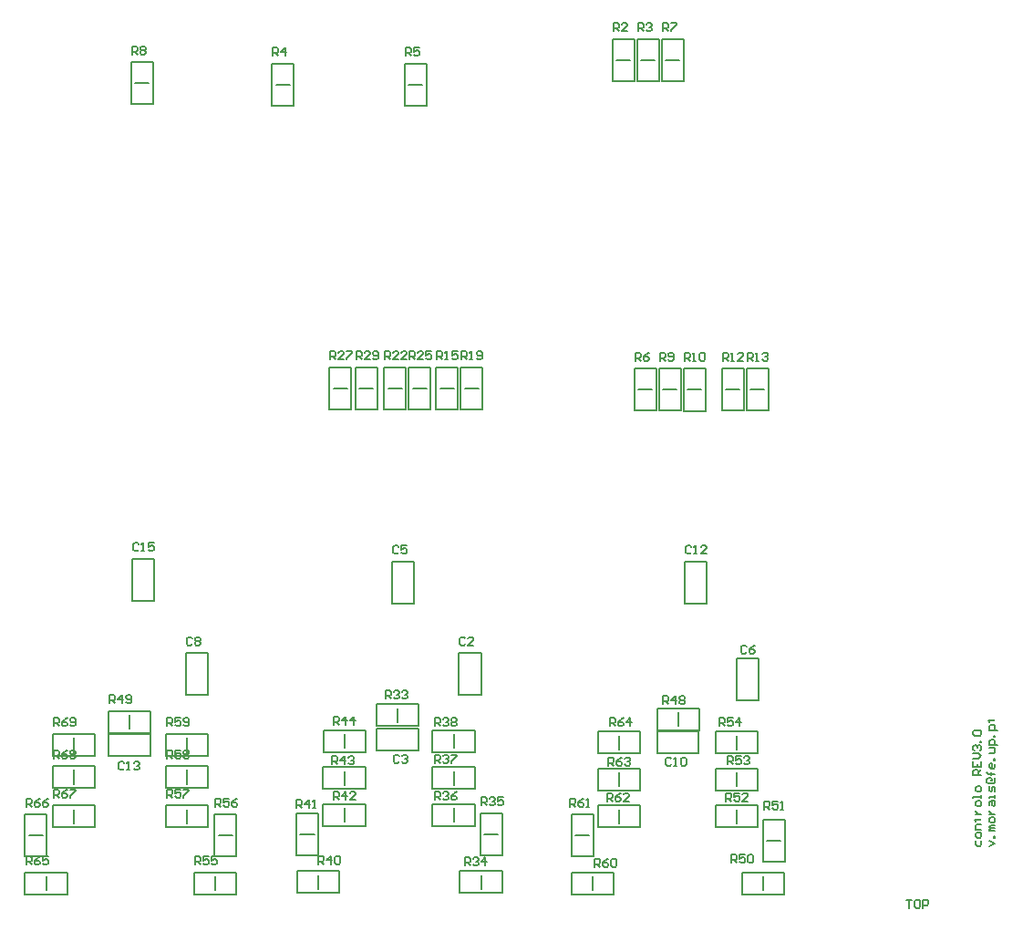
<source format=gto>
G04 Layer_Color=65535*
%FSLAX25Y25*%
%MOIN*%
G70*
G01*
G75*
%ADD31C,0.00500*%
%ADD32C,0.00787*%
%ADD33C,0.00600*%
D31*
X60950Y124595D02*
X69050D01*
X60950Y109405D02*
Y124595D01*
X69050Y109405D02*
Y124595D01*
X60950Y109405D02*
X69050D01*
X231264Y61496D02*
X246736D01*
Y53504D02*
Y61496D01*
X231264Y53504D02*
X246736D01*
X231264D02*
Y61496D01*
Y40004D02*
X246736D01*
X231264D02*
Y47996D01*
X246736D01*
Y40004D02*
Y47996D01*
X231264Y34496D02*
X246736D01*
Y26504D02*
Y34496D01*
X231264Y26504D02*
X246736D01*
X231264D02*
Y34496D01*
X221504Y15764D02*
Y31236D01*
X229496D01*
Y15764D02*
Y31236D01*
X221504Y15764D02*
X229496D01*
X221504Y2004D02*
X236976D01*
X221504D02*
Y9996D01*
X236976D01*
Y2004D02*
Y9996D01*
X274264Y53504D02*
X289736D01*
X274264D02*
Y61496D01*
X289736D01*
Y53504D02*
Y61496D01*
X274264Y47996D02*
X289736D01*
Y40004D02*
Y47996D01*
X274264Y40004D02*
X289736D01*
X274264D02*
Y47996D01*
Y26504D02*
X289736D01*
X274264D02*
Y34496D01*
X289736D01*
Y26504D02*
Y34496D01*
X291441Y13764D02*
Y29236D01*
X299433D01*
Y13764D02*
Y29236D01*
X291441Y13764D02*
X299433D01*
X283764Y9996D02*
X299236D01*
Y2004D02*
Y9996D01*
X283764Y2004D02*
X299236D01*
X283764D02*
Y9996D01*
X252764Y62004D02*
X268236D01*
X252764D02*
Y69996D01*
X268236D01*
Y62004D02*
Y69996D01*
X262950Y123595D02*
X271050D01*
X262950Y108405D02*
Y123595D01*
X271050Y108405D02*
Y123595D01*
X262950Y108405D02*
X271050D01*
X252764Y53504D02*
Y61604D01*
Y53504D02*
X267954D01*
X252764Y61604D02*
X267954D01*
Y53504D02*
Y61604D01*
X281950Y72905D02*
X290050D01*
Y88095D01*
X281950Y72905D02*
Y88095D01*
X290050D01*
X80450Y74905D02*
X88550D01*
Y90095D01*
X80450Y74905D02*
Y90095D01*
X88550D01*
X52405Y52450D02*
Y60550D01*
Y52450D02*
X67595D01*
X52405Y60550D02*
X67595D01*
Y52450D02*
Y60550D01*
X52264Y61004D02*
X67736D01*
X52264D02*
Y68996D01*
X67736D01*
Y61004D02*
Y68996D01*
X83510Y9996D02*
X98982D01*
Y2004D02*
Y9996D01*
X83510Y2004D02*
X98982D01*
X83510D02*
Y9996D01*
X90990Y15764D02*
Y31236D01*
X98982D01*
Y15764D02*
Y31236D01*
X90990Y15764D02*
X98982D01*
X73264Y26504D02*
X88736D01*
X73264D02*
Y34496D01*
X88736D01*
Y26504D02*
Y34496D01*
X73264Y48889D02*
X88736D01*
Y40897D02*
Y48889D01*
X73264Y40897D02*
X88736D01*
X73264D02*
Y48889D01*
Y52611D02*
X88736D01*
X73264D02*
Y60603D01*
X88736D01*
Y52611D02*
Y60603D01*
X21750Y2004D02*
X37222D01*
X21750D02*
Y9996D01*
X37222D01*
Y2004D02*
Y9996D01*
X21750Y15764D02*
Y31236D01*
X29742D01*
Y15764D02*
Y31236D01*
X21750Y15764D02*
X29742D01*
X31764Y34496D02*
X47236D01*
Y26504D02*
Y34496D01*
X31764Y26504D02*
X47236D01*
X31764D02*
Y34496D01*
Y40897D02*
X47236D01*
X31764D02*
Y48889D01*
X47236D01*
Y40897D02*
Y48889D01*
X31764Y60603D02*
X47236D01*
Y52611D02*
Y60603D01*
X31764Y52611D02*
X47236D01*
X31764D02*
Y60603D01*
X155950Y123595D02*
X164050D01*
X155950Y108405D02*
Y123595D01*
X164050Y108405D02*
Y123595D01*
X155950Y108405D02*
X164050D01*
X150342Y54450D02*
Y62550D01*
Y54450D02*
X165532D01*
X150342Y62550D02*
X165532D01*
Y54450D02*
Y62550D01*
X180387Y74905D02*
X188487D01*
Y90095D01*
X180387Y74905D02*
Y90095D01*
X188487D01*
X121201Y2504D02*
X136673D01*
X121201D02*
Y10496D01*
X136673D01*
Y2504D02*
Y10496D01*
X120941Y16264D02*
Y31736D01*
X128933D01*
Y16264D02*
Y31736D01*
X120941Y16264D02*
X128933D01*
X130701Y34996D02*
X146173D01*
Y27004D02*
Y34996D01*
X130701Y27004D02*
X146173D01*
X130701D02*
Y34996D01*
Y40504D02*
X146173D01*
X130701D02*
Y48496D01*
X146173D01*
Y40504D02*
Y48496D01*
X130764Y61996D02*
X146236D01*
Y54004D02*
Y61996D01*
X130764Y54004D02*
X146236D01*
X130764D02*
Y61996D01*
X180701Y10496D02*
X196173D01*
Y2504D02*
Y10496D01*
X180701Y2504D02*
X196173D01*
X180701D02*
Y10496D01*
X188181Y16264D02*
Y31736D01*
X196173D01*
Y16264D02*
Y31736D01*
X188181Y16264D02*
X196173D01*
X170701Y54004D02*
X186173D01*
X170701D02*
Y61996D01*
X186173D01*
Y54004D02*
Y61996D01*
X170701Y48496D02*
X186173D01*
Y40504D02*
Y48496D01*
X170701Y40504D02*
X186173D01*
X170701D02*
Y48496D01*
Y27004D02*
X186173D01*
X170701D02*
Y34996D01*
X186173D01*
Y27004D02*
Y34996D01*
X150201Y63504D02*
X165673D01*
X150201D02*
Y71496D01*
X165673D01*
Y63504D02*
Y71496D01*
X285504Y178764D02*
X293496D01*
Y194236D01*
X285504D02*
X293496D01*
X285504Y178764D02*
Y194236D01*
X276504Y178764D02*
X284496D01*
Y194236D01*
X276504D02*
X284496D01*
X276504Y178764D02*
Y194236D01*
X142504Y194736D02*
X150496D01*
X142504Y179264D02*
Y194736D01*
Y179264D02*
X150496D01*
Y194736D01*
X133004Y179264D02*
X140996D01*
Y194736D01*
X133004D02*
X140996D01*
X133004Y179264D02*
Y194736D01*
X162004D02*
X169996D01*
X162004Y179264D02*
Y194736D01*
Y179264D02*
X169996D01*
Y194736D01*
X153004Y179264D02*
X160996D01*
Y194736D01*
X153004D02*
X160996D01*
X153004Y179264D02*
Y194736D01*
X181004D02*
X188996D01*
X181004Y179264D02*
Y194736D01*
Y179264D02*
X188996D01*
Y194736D01*
X172004Y179264D02*
X179996D01*
Y194736D01*
X172004D02*
X179996D01*
X172004Y179264D02*
Y194736D01*
X253504Y194236D02*
X261496D01*
X253504Y178764D02*
Y194236D01*
Y178764D02*
X261496D01*
Y194236D01*
X262504Y178701D02*
X270496D01*
Y194173D01*
X262504D02*
X270496D01*
X262504Y178701D02*
Y194173D01*
X244504Y178764D02*
X252496D01*
Y194236D01*
X244504D02*
X252496D01*
X244504Y178764D02*
Y194236D01*
X254504Y299264D02*
X262496D01*
Y314736D01*
X254504D02*
X262496D01*
X254504Y299264D02*
Y314736D01*
X245504Y299264D02*
X253496D01*
Y314736D01*
X245504D02*
X253496D01*
X245504Y299264D02*
Y314736D01*
X236504Y299264D02*
X244496D01*
Y314736D01*
X236504D02*
X244496D01*
X236504Y299264D02*
Y314736D01*
X60504Y306236D02*
X68496D01*
X60504Y290764D02*
Y306236D01*
Y290764D02*
X68496D01*
Y306236D01*
X160504Y290264D02*
X168496D01*
Y305736D01*
X160504D02*
X168496D01*
X160504Y290264D02*
Y305736D01*
X112004D02*
X119996D01*
X112004Y290264D02*
Y305736D01*
Y290264D02*
X119996D01*
Y305736D01*
D32*
X239000Y54941D02*
Y60059D01*
X239000Y41441D02*
Y46559D01*
X239000Y27941D02*
Y33059D01*
X222941Y23500D02*
X228059D01*
X229240Y3441D02*
Y8559D01*
X282000Y54941D02*
Y60059D01*
X282000Y41441D02*
Y46559D01*
X282000Y27941D02*
Y33059D01*
X292878Y21500D02*
X297996D01*
X291500Y3441D02*
Y8559D01*
X260500Y63441D02*
Y68559D01*
X60000Y62441D02*
Y67559D01*
X91246Y3441D02*
Y8559D01*
X92427Y23500D02*
X97545D01*
X81000Y27941D02*
Y33059D01*
X81000Y42334D02*
Y47452D01*
X81000Y54048D02*
Y59166D01*
X29486Y3441D02*
Y8559D01*
X23187Y23500D02*
X28305D01*
X39500Y27941D02*
Y33059D01*
X39500Y42334D02*
Y47452D01*
X39500Y54048D02*
Y59166D01*
X128937Y3941D02*
Y9059D01*
X122378Y24000D02*
X127496D01*
X138437Y28441D02*
Y33559D01*
X138437Y41941D02*
Y47059D01*
X138500Y55441D02*
Y60559D01*
X188437Y3941D02*
Y9059D01*
X189618Y24000D02*
X194736D01*
X178437Y55441D02*
Y60559D01*
X178437Y41941D02*
Y47059D01*
X178437Y28441D02*
Y33559D01*
X157937Y64941D02*
Y70059D01*
X286941Y186500D02*
X292059D01*
X277941D02*
X283059D01*
X143941Y187000D02*
X149059D01*
X134441Y187000D02*
X139559D01*
X163441Y187000D02*
X168559D01*
X154441Y187000D02*
X159559D01*
X182441Y187000D02*
X187559D01*
X173441Y187000D02*
X178559D01*
X254941Y186500D02*
X260059D01*
X263941Y186437D02*
X269059D01*
X245941Y186500D02*
X251059D01*
X255941Y307000D02*
X261059D01*
X246941D02*
X252059D01*
X237941D02*
X243059D01*
X61941Y298500D02*
X67059D01*
X161941Y298000D02*
X167059D01*
X113441Y298000D02*
X118559D01*
D33*
X369362Y21599D02*
Y20100D01*
X369862Y19600D01*
X370862D01*
X371361Y20100D01*
Y21599D01*
Y23099D02*
Y24099D01*
X370862Y24598D01*
X369862D01*
X369362Y24099D01*
Y23099D01*
X369862Y22599D01*
X370862D01*
X371361Y23099D01*
Y25598D02*
X369362D01*
Y27098D01*
X369862Y27597D01*
X371361D01*
X368862Y29097D02*
X369362D01*
Y28597D01*
Y29597D01*
Y29097D01*
X370862D01*
X371361Y29597D01*
X369362Y31096D02*
X371361D01*
X370362D01*
X369862Y31596D01*
X369362Y32096D01*
Y32596D01*
X371361Y34595D02*
Y35595D01*
X370862Y36095D01*
X369862D01*
X369362Y35595D01*
Y34595D01*
X369862Y34095D01*
X370862D01*
X371361Y34595D01*
Y37094D02*
Y38094D01*
Y37594D01*
X368362D01*
Y37094D01*
X371361Y40093D02*
Y41093D01*
X370862Y41593D01*
X369862D01*
X369362Y41093D01*
Y40093D01*
X369862Y39593D01*
X370862D01*
X371361Y40093D01*
Y45592D02*
X368362D01*
Y47091D01*
X368862Y47591D01*
X369862D01*
X370362Y47091D01*
Y45592D01*
Y46591D02*
X371361Y47591D01*
X368362Y50590D02*
Y48591D01*
X371361D01*
Y50590D01*
X369862Y48591D02*
Y49590D01*
X368362Y51590D02*
X370362D01*
X371361Y52589D01*
X370362Y53589D01*
X368362D01*
X368862Y54589D02*
X368362Y55089D01*
Y56088D01*
X368862Y56588D01*
X369362D01*
X369862Y56088D01*
Y55588D01*
Y56088D01*
X370362Y56588D01*
X370862D01*
X371361Y56088D01*
Y55089D01*
X370862Y54589D01*
X371361Y57588D02*
X370862D01*
Y58087D01*
X371361D01*
Y57588D01*
X368862Y60087D02*
X368362Y60587D01*
Y61586D01*
X368862Y62086D01*
X370862D01*
X371361Y61586D01*
Y60587D01*
X370862Y60087D01*
X368862D01*
X374401Y19600D02*
X376400Y20600D01*
X374401Y21599D01*
X376400Y22599D02*
X375901D01*
Y23099D01*
X376400D01*
Y22599D01*
Y25098D02*
X374401D01*
Y25598D01*
X374901Y26098D01*
X376400D01*
X374901D01*
X374401Y26598D01*
X374901Y27098D01*
X376400D01*
Y28597D02*
Y29597D01*
X375901Y30097D01*
X374901D01*
X374401Y29597D01*
Y28597D01*
X374901Y28097D01*
X375901D01*
X376400Y28597D01*
X374401Y31096D02*
X376400D01*
X375401D01*
X374901Y31596D01*
X374401Y32096D01*
Y32596D01*
Y34595D02*
Y35595D01*
X374901Y36095D01*
X376400D01*
Y34595D01*
X375901Y34095D01*
X375401Y34595D01*
Y36095D01*
X376400Y37094D02*
Y38094D01*
Y37594D01*
X374401D01*
Y37094D01*
X376400Y39593D02*
Y41093D01*
X375901Y41593D01*
X375401Y41093D01*
Y40093D01*
X374901Y39593D01*
X374401Y40093D01*
Y41593D01*
X375401Y44092D02*
X374901D01*
Y43592D01*
X375401D01*
Y44092D01*
X374901Y44592D01*
X373901D01*
X373401Y44092D01*
Y43092D01*
X373901Y42593D01*
X375901D01*
X376400Y43092D01*
Y44592D01*
Y46091D02*
X373901D01*
X374901D01*
Y45592D01*
Y46591D01*
Y46091D01*
X373901D01*
X373401Y46591D01*
X376400Y49590D02*
Y48591D01*
X375901Y48091D01*
X374901D01*
X374401Y48591D01*
Y49590D01*
X374901Y50090D01*
X375401D01*
Y48091D01*
X376400Y51090D02*
X375901D01*
Y51590D01*
X376400D01*
Y51090D01*
X374401Y53589D02*
X375901D01*
X376400Y54089D01*
Y55588D01*
X374401D01*
X377400Y56588D02*
X374401D01*
Y58087D01*
X374901Y58587D01*
X375901D01*
X376400Y58087D01*
Y56588D01*
Y59587D02*
X375901D01*
Y60087D01*
X376400D01*
Y59587D01*
X377400Y62086D02*
X374401D01*
Y63586D01*
X374901Y64086D01*
X375901D01*
X376400Y63586D01*
Y62086D01*
X373901Y65585D02*
X374401D01*
Y65085D01*
Y66085D01*
Y65585D01*
X375901D01*
X376400Y66085D01*
X63295Y129950D02*
X62795Y130449D01*
X61795D01*
X61295Y129950D01*
Y127950D01*
X61795Y127450D01*
X62795D01*
X63295Y127950D01*
X64294Y127450D02*
X65294D01*
X64794D01*
Y130449D01*
X64294Y129950D01*
X68793Y130449D02*
X66794D01*
Y128950D01*
X67793Y129450D01*
X68293D01*
X68793Y128950D01*
Y127950D01*
X68293Y127450D01*
X67293D01*
X66794Y127950D01*
X235500Y63500D02*
Y66499D01*
X237000D01*
X237499Y65999D01*
Y65000D01*
X237000Y64500D01*
X235500D01*
X236500D02*
X237499Y63500D01*
X240498Y66499D02*
X239499Y65999D01*
X238499Y65000D01*
Y64000D01*
X238999Y63500D01*
X239999D01*
X240498Y64000D01*
Y64500D01*
X239999Y65000D01*
X238499D01*
X242998Y63500D02*
Y66499D01*
X241498Y65000D01*
X243497D01*
X235000Y49000D02*
Y51999D01*
X236500D01*
X236999Y51499D01*
Y50499D01*
X236500Y50000D01*
X235000D01*
X236000D02*
X236999Y49000D01*
X239998Y51999D02*
X238999Y51499D01*
X237999Y50499D01*
Y49500D01*
X238499Y49000D01*
X239498D01*
X239998Y49500D01*
Y50000D01*
X239498Y50499D01*
X237999D01*
X240998Y51499D02*
X241498Y51999D01*
X242498D01*
X242997Y51499D01*
Y50999D01*
X242498Y50499D01*
X241998D01*
X242498D01*
X242997Y50000D01*
Y49500D01*
X242498Y49000D01*
X241498D01*
X240998Y49500D01*
X234500Y36000D02*
Y38999D01*
X235999D01*
X236499Y38499D01*
Y37499D01*
X235999Y37000D01*
X234500D01*
X235500D02*
X236499Y36000D01*
X239498Y38999D02*
X238499Y38499D01*
X237499Y37499D01*
Y36500D01*
X237999Y36000D01*
X238999D01*
X239498Y36500D01*
Y37000D01*
X238999Y37499D01*
X237499D01*
X242497Y36000D02*
X240498D01*
X242497Y37999D01*
Y38499D01*
X241998Y38999D01*
X240998D01*
X240498Y38499D01*
X221000Y34000D02*
Y36999D01*
X222499D01*
X222999Y36499D01*
Y35500D01*
X222499Y35000D01*
X221000D01*
X222000D02*
X222999Y34000D01*
X225998Y36999D02*
X224999Y36499D01*
X223999Y35500D01*
Y34500D01*
X224499Y34000D01*
X225499D01*
X225998Y34500D01*
Y35000D01*
X225499Y35500D01*
X223999D01*
X226998Y34000D02*
X227998D01*
X227498D01*
Y36999D01*
X226998Y36499D01*
X230000Y12000D02*
Y14999D01*
X231500D01*
X231999Y14499D01*
Y13499D01*
X231500Y13000D01*
X230000D01*
X231000D02*
X231999Y12000D01*
X234998Y14999D02*
X233999Y14499D01*
X232999Y13499D01*
Y12500D01*
X233499Y12000D01*
X234499D01*
X234998Y12500D01*
Y13000D01*
X234499Y13499D01*
X232999D01*
X235998Y14499D02*
X236498Y14999D01*
X237498D01*
X237997Y14499D01*
Y12500D01*
X237498Y12000D01*
X236498D01*
X235998Y12500D01*
Y14499D01*
X275500Y63500D02*
Y66499D01*
X276999D01*
X277499Y65999D01*
Y65000D01*
X276999Y64500D01*
X275500D01*
X276500D02*
X277499Y63500D01*
X280498Y66499D02*
X278499D01*
Y65000D01*
X279499Y65499D01*
X279998D01*
X280498Y65000D01*
Y64000D01*
X279998Y63500D01*
X278999D01*
X278499Y64000D01*
X282998Y63500D02*
Y66499D01*
X281498Y65000D01*
X283497D01*
X278500Y49500D02*
Y52499D01*
X279999D01*
X280499Y51999D01*
Y50999D01*
X279999Y50500D01*
X278500D01*
X279500D02*
X280499Y49500D01*
X283498Y52499D02*
X281499D01*
Y50999D01*
X282499Y51499D01*
X282998D01*
X283498Y50999D01*
Y50000D01*
X282998Y49500D01*
X281999D01*
X281499Y50000D01*
X284498Y51999D02*
X284998Y52499D01*
X285998D01*
X286497Y51999D01*
Y51499D01*
X285998Y50999D01*
X285498D01*
X285998D01*
X286497Y50500D01*
Y50000D01*
X285998Y49500D01*
X284998D01*
X284498Y50000D01*
X278000Y36000D02*
Y38999D01*
X279500D01*
X279999Y38499D01*
Y37499D01*
X279500Y37000D01*
X278000D01*
X279000D02*
X279999Y36000D01*
X282998Y38999D02*
X280999D01*
Y37499D01*
X281999Y37999D01*
X282499D01*
X282998Y37499D01*
Y36500D01*
X282499Y36000D01*
X281499D01*
X280999Y36500D01*
X285997Y36000D02*
X283998D01*
X285997Y37999D01*
Y38499D01*
X285498Y38999D01*
X284498D01*
X283998Y38499D01*
X292000Y33000D02*
Y35999D01*
X293499D01*
X293999Y35499D01*
Y34499D01*
X293499Y34000D01*
X292000D01*
X293000D02*
X293999Y33000D01*
X296998Y35999D02*
X294999D01*
Y34499D01*
X295999Y34999D01*
X296498D01*
X296998Y34499D01*
Y33500D01*
X296498Y33000D01*
X295499D01*
X294999Y33500D01*
X297998Y33000D02*
X298998D01*
X298498D01*
Y35999D01*
X297998Y35499D01*
X280000Y13500D02*
Y16499D01*
X281500D01*
X281999Y15999D01*
Y14999D01*
X281500Y14500D01*
X280000D01*
X281000D02*
X281999Y13500D01*
X284998Y16499D02*
X282999D01*
Y14999D01*
X283999Y15499D01*
X284499D01*
X284998Y14999D01*
Y14000D01*
X284499Y13500D01*
X283499D01*
X282999Y14000D01*
X285998Y15999D02*
X286498Y16499D01*
X287498D01*
X287997Y15999D01*
Y14000D01*
X287498Y13500D01*
X286498D01*
X285998Y14000D01*
Y15999D01*
X255000Y71500D02*
Y74499D01*
X256500D01*
X256999Y73999D01*
Y73000D01*
X256500Y72500D01*
X255000D01*
X256000D02*
X256999Y71500D01*
X259499D02*
Y74499D01*
X257999Y73000D01*
X259998D01*
X260998Y73999D02*
X261498Y74499D01*
X262498D01*
X262997Y73999D01*
Y73499D01*
X262498Y73000D01*
X262997Y72500D01*
Y72000D01*
X262498Y71500D01*
X261498D01*
X260998Y72000D01*
Y72500D01*
X261498Y73000D01*
X260998Y73499D01*
Y73999D01*
X261498Y73000D02*
X262498D01*
X265295Y128950D02*
X264795Y129449D01*
X263795D01*
X263295Y128950D01*
Y126950D01*
X263795Y126450D01*
X264795D01*
X265295Y126950D01*
X266294Y126450D02*
X267294D01*
X266794D01*
Y129449D01*
X266294Y128950D01*
X270793Y126450D02*
X268794D01*
X270793Y128450D01*
Y128950D01*
X270293Y129449D01*
X269293D01*
X268794Y128950D01*
X257999Y51499D02*
X257500Y51999D01*
X256500D01*
X256000Y51499D01*
Y49500D01*
X256500Y49000D01*
X257500D01*
X257999Y49500D01*
X258999Y49000D02*
X259999D01*
X259499D01*
Y51999D01*
X258999Y51499D01*
X261498D02*
X261998Y51999D01*
X262998D01*
X263498Y51499D01*
Y49500D01*
X262998Y49000D01*
X261998D01*
X261498Y49500D01*
Y51499D01*
X285499Y92499D02*
X284999Y92999D01*
X284000D01*
X283500Y92499D01*
Y90500D01*
X284000Y90000D01*
X284999D01*
X285499Y90500D01*
X288498Y92999D02*
X287499Y92499D01*
X286499Y91500D01*
Y90500D01*
X286999Y90000D01*
X287999D01*
X288498Y90500D01*
Y91000D01*
X287999Y91500D01*
X286499D01*
X82795Y95450D02*
X82295Y95949D01*
X81295D01*
X80795Y95450D01*
Y93450D01*
X81295Y92950D01*
X82295D01*
X82795Y93450D01*
X83794Y95450D02*
X84294Y95949D01*
X85294D01*
X85794Y95450D01*
Y94950D01*
X85294Y94450D01*
X85794Y93950D01*
Y93450D01*
X85294Y92950D01*
X84294D01*
X83794Y93450D01*
Y93950D01*
X84294Y94450D01*
X83794Y94950D01*
Y95450D01*
X84294Y94450D02*
X85294D01*
X57999Y49999D02*
X57499Y50499D01*
X56500D01*
X56000Y49999D01*
Y48000D01*
X56500Y47500D01*
X57499D01*
X57999Y48000D01*
X58999Y47500D02*
X59999D01*
X59499D01*
Y50499D01*
X58999Y49999D01*
X61498D02*
X61998Y50499D01*
X62998D01*
X63498Y49999D01*
Y49499D01*
X62998Y49000D01*
X62498D01*
X62998D01*
X63498Y48500D01*
Y48000D01*
X62998Y47500D01*
X61998D01*
X61498Y48000D01*
X52595Y71850D02*
Y74849D01*
X54095D01*
X54595Y74350D01*
Y73350D01*
X54095Y72850D01*
X52595D01*
X53595D02*
X54595Y71850D01*
X57094D02*
Y74849D01*
X55594Y73350D01*
X57594D01*
X58593Y72350D02*
X59093Y71850D01*
X60093D01*
X60593Y72350D01*
Y74350D01*
X60093Y74849D01*
X59093D01*
X58593Y74350D01*
Y73850D01*
X59093Y73350D01*
X60593D01*
X83895Y12850D02*
Y15849D01*
X85395D01*
X85895Y15350D01*
Y14350D01*
X85395Y13850D01*
X83895D01*
X84895D02*
X85895Y12850D01*
X88894Y15849D02*
X86894D01*
Y14350D01*
X87894Y14850D01*
X88394D01*
X88894Y14350D01*
Y13350D01*
X88394Y12850D01*
X87394D01*
X86894Y13350D01*
X91893Y15849D02*
X89893D01*
Y14350D01*
X90893Y14850D01*
X91393D01*
X91893Y14350D01*
Y13350D01*
X91393Y12850D01*
X90393D01*
X89893Y13350D01*
X91295Y34050D02*
Y37049D01*
X92795D01*
X93295Y36550D01*
Y35550D01*
X92795Y35050D01*
X91295D01*
X92295D02*
X93295Y34050D01*
X96294Y37049D02*
X94294D01*
Y35550D01*
X95294Y36050D01*
X95794D01*
X96294Y35550D01*
Y34550D01*
X95794Y34050D01*
X94794D01*
X94294Y34550D01*
X99293Y37049D02*
X98293Y36550D01*
X97293Y35550D01*
Y34550D01*
X97793Y34050D01*
X98793D01*
X99293Y34550D01*
Y35050D01*
X98793Y35550D01*
X97293D01*
X73595Y37350D02*
Y40349D01*
X75095D01*
X75595Y39850D01*
Y38850D01*
X75095Y38350D01*
X73595D01*
X74595D02*
X75595Y37350D01*
X78594Y40349D02*
X76594D01*
Y38850D01*
X77594Y39350D01*
X78094D01*
X78594Y38850D01*
Y37850D01*
X78094Y37350D01*
X77094D01*
X76594Y37850D01*
X79593Y40349D02*
X81593D01*
Y39850D01*
X79593Y37850D01*
Y37350D01*
X73595Y51750D02*
Y54749D01*
X75095D01*
X75595Y54250D01*
Y53250D01*
X75095Y52750D01*
X73595D01*
X74595D02*
X75595Y51750D01*
X78594Y54749D02*
X76594D01*
Y53250D01*
X77594Y53750D01*
X78094D01*
X78594Y53250D01*
Y52250D01*
X78094Y51750D01*
X77094D01*
X76594Y52250D01*
X79593Y54250D02*
X80093Y54749D01*
X81093D01*
X81593Y54250D01*
Y53750D01*
X81093Y53250D01*
X81593Y52750D01*
Y52250D01*
X81093Y51750D01*
X80093D01*
X79593Y52250D01*
Y52750D01*
X80093Y53250D01*
X79593Y53750D01*
Y54250D01*
X80093Y53250D02*
X81093D01*
X73595Y63450D02*
Y66449D01*
X75095D01*
X75595Y65950D01*
Y64950D01*
X75095Y64450D01*
X73595D01*
X74595D02*
X75595Y63450D01*
X78594Y66449D02*
X76594D01*
Y64950D01*
X77594Y65450D01*
X78094D01*
X78594Y64950D01*
Y63950D01*
X78094Y63450D01*
X77094D01*
X76594Y63950D01*
X79593D02*
X80093Y63450D01*
X81093D01*
X81593Y63950D01*
Y65950D01*
X81093Y66449D01*
X80093D01*
X79593Y65950D01*
Y65450D01*
X80093Y64950D01*
X81593D01*
X22095Y12850D02*
Y15849D01*
X23595D01*
X24095Y15350D01*
Y14350D01*
X23595Y13850D01*
X22095D01*
X23095D02*
X24095Y12850D01*
X27094Y15849D02*
X26094Y15350D01*
X25094Y14350D01*
Y13350D01*
X25594Y12850D01*
X26594D01*
X27094Y13350D01*
Y13850D01*
X26594Y14350D01*
X25094D01*
X30093Y15849D02*
X28093D01*
Y14350D01*
X29093Y14850D01*
X29593D01*
X30093Y14350D01*
Y13350D01*
X29593Y12850D01*
X28593D01*
X28093Y13350D01*
X22095Y34050D02*
Y37049D01*
X23595D01*
X24095Y36550D01*
Y35550D01*
X23595Y35050D01*
X22095D01*
X23095D02*
X24095Y34050D01*
X27094Y37049D02*
X26094Y36550D01*
X25094Y35550D01*
Y34550D01*
X25594Y34050D01*
X26594D01*
X27094Y34550D01*
Y35050D01*
X26594Y35550D01*
X25094D01*
X30093Y37049D02*
X29093Y36550D01*
X28093Y35550D01*
Y34550D01*
X28593Y34050D01*
X29593D01*
X30093Y34550D01*
Y35050D01*
X29593Y35550D01*
X28093D01*
X32095Y37350D02*
Y40349D01*
X33595D01*
X34095Y39850D01*
Y38850D01*
X33595Y38350D01*
X32095D01*
X33095D02*
X34095Y37350D01*
X37094Y40349D02*
X36094Y39850D01*
X35094Y38850D01*
Y37850D01*
X35594Y37350D01*
X36594D01*
X37094Y37850D01*
Y38350D01*
X36594Y38850D01*
X35094D01*
X38093Y40349D02*
X40093D01*
Y39850D01*
X38093Y37850D01*
Y37350D01*
X32095Y51750D02*
Y54749D01*
X33595D01*
X34095Y54250D01*
Y53250D01*
X33595Y52750D01*
X32095D01*
X33095D02*
X34095Y51750D01*
X37094Y54749D02*
X36094Y54250D01*
X35094Y53250D01*
Y52250D01*
X35594Y51750D01*
X36594D01*
X37094Y52250D01*
Y52750D01*
X36594Y53250D01*
X35094D01*
X38093Y54250D02*
X38593Y54749D01*
X39593D01*
X40093Y54250D01*
Y53750D01*
X39593Y53250D01*
X40093Y52750D01*
Y52250D01*
X39593Y51750D01*
X38593D01*
X38093Y52250D01*
Y52750D01*
X38593Y53250D01*
X38093Y53750D01*
Y54250D01*
X38593Y53250D02*
X39593D01*
X32095Y63450D02*
Y66449D01*
X33595D01*
X34095Y65950D01*
Y64950D01*
X33595Y64450D01*
X32095D01*
X33095D02*
X34095Y63450D01*
X37094Y66449D02*
X36094Y65950D01*
X35094Y64950D01*
Y63950D01*
X35594Y63450D01*
X36594D01*
X37094Y63950D01*
Y64450D01*
X36594Y64950D01*
X35094D01*
X38093Y63950D02*
X38593Y63450D01*
X39593D01*
X40093Y63950D01*
Y65950D01*
X39593Y66449D01*
X38593D01*
X38093Y65950D01*
Y65450D01*
X38593Y64950D01*
X40093D01*
X158295Y128950D02*
X157795Y129449D01*
X156795D01*
X156295Y128950D01*
Y126950D01*
X156795Y126450D01*
X157795D01*
X158295Y126950D01*
X161294Y129449D02*
X159294D01*
Y127950D01*
X160294Y128450D01*
X160794D01*
X161294Y127950D01*
Y126950D01*
X160794Y126450D01*
X159794D01*
X159294Y126950D01*
X158436Y52499D02*
X157937Y52999D01*
X156937D01*
X156437Y52499D01*
Y50500D01*
X156937Y50000D01*
X157937D01*
X158436Y50500D01*
X159436Y52499D02*
X159936Y52999D01*
X160935D01*
X161435Y52499D01*
Y51999D01*
X160935Y51499D01*
X160436D01*
X160935D01*
X161435Y51000D01*
Y50500D01*
X160935Y50000D01*
X159936D01*
X159436Y50500D01*
X182695Y95450D02*
X182195Y95949D01*
X181195D01*
X180695Y95450D01*
Y93450D01*
X181195Y92950D01*
X182195D01*
X182695Y93450D01*
X185694Y92950D02*
X183694D01*
X185694Y94950D01*
Y95450D01*
X185194Y95949D01*
X184194D01*
X183694Y95450D01*
X128937Y13000D02*
Y15999D01*
X130437D01*
X130936Y15499D01*
Y14500D01*
X130437Y14000D01*
X128937D01*
X129937D02*
X130936Y13000D01*
X133435D02*
Y15999D01*
X131936Y14500D01*
X133935D01*
X134935Y15499D02*
X135435Y15999D01*
X136435D01*
X136934Y15499D01*
Y13500D01*
X136435Y13000D01*
X135435D01*
X134935Y13500D01*
Y15499D01*
X120937Y33500D02*
Y36499D01*
X122436D01*
X122936Y35999D01*
Y34999D01*
X122436Y34500D01*
X120937D01*
X121937D02*
X122936Y33500D01*
X125435D02*
Y36499D01*
X123936Y34999D01*
X125935D01*
X126935Y33500D02*
X127935D01*
X127435D01*
Y36499D01*
X126935Y35999D01*
X134437Y36500D02*
Y39499D01*
X135936D01*
X136436Y38999D01*
Y37999D01*
X135936Y37500D01*
X134437D01*
X135437D02*
X136436Y36500D01*
X138935D02*
Y39499D01*
X137436Y37999D01*
X139435D01*
X142434Y36500D02*
X140435D01*
X142434Y38499D01*
Y38999D01*
X141935Y39499D01*
X140935D01*
X140435Y38999D01*
X133937Y49500D02*
Y52499D01*
X135436D01*
X135936Y51999D01*
Y50999D01*
X135436Y50500D01*
X133937D01*
X134937D02*
X135936Y49500D01*
X138435D02*
Y52499D01*
X136936Y50999D01*
X138935D01*
X139935Y51999D02*
X140435Y52499D01*
X141435D01*
X141934Y51999D01*
Y51499D01*
X141435Y50999D01*
X140935D01*
X141435D01*
X141934Y50500D01*
Y50000D01*
X141435Y49500D01*
X140435D01*
X139935Y50000D01*
X134437Y64000D02*
Y66999D01*
X135936D01*
X136436Y66499D01*
Y65500D01*
X135936Y65000D01*
X134437D01*
X135437D02*
X136436Y64000D01*
X138935D02*
Y66999D01*
X137436Y65500D01*
X139435D01*
X141935Y64000D02*
Y66999D01*
X140435Y65500D01*
X142434D01*
X182437Y12500D02*
Y15499D01*
X183937D01*
X184436Y14999D01*
Y13999D01*
X183937Y13500D01*
X182437D01*
X183437D02*
X184436Y12500D01*
X185436Y14999D02*
X185936Y15499D01*
X186935D01*
X187435Y14999D01*
Y14499D01*
X186935Y13999D01*
X186436D01*
X186935D01*
X187435Y13500D01*
Y13000D01*
X186935Y12500D01*
X185936D01*
X185436Y13000D01*
X189935Y12500D02*
Y15499D01*
X188435Y13999D01*
X190434D01*
X188495Y34550D02*
Y37549D01*
X189995D01*
X190495Y37050D01*
Y36050D01*
X189995Y35550D01*
X188495D01*
X189495D02*
X190495Y34550D01*
X191494Y37050D02*
X191994Y37549D01*
X192994D01*
X193494Y37050D01*
Y36550D01*
X192994Y36050D01*
X192494D01*
X192994D01*
X193494Y35550D01*
Y35050D01*
X192994Y34550D01*
X191994D01*
X191494Y35050D01*
X196493Y37549D02*
X194493D01*
Y36050D01*
X195493Y36550D01*
X195993D01*
X196493Y36050D01*
Y35050D01*
X195993Y34550D01*
X194993D01*
X194493Y35050D01*
X171437Y63500D02*
Y66499D01*
X172936D01*
X173436Y65999D01*
Y65000D01*
X172936Y64500D01*
X171437D01*
X172437D02*
X173436Y63500D01*
X174436Y65999D02*
X174936Y66499D01*
X175935D01*
X176435Y65999D01*
Y65499D01*
X175935Y65000D01*
X175436D01*
X175935D01*
X176435Y64500D01*
Y64000D01*
X175935Y63500D01*
X174936D01*
X174436Y64000D01*
X177435Y65999D02*
X177935Y66499D01*
X178935D01*
X179434Y65999D01*
Y65499D01*
X178935Y65000D01*
X179434Y64500D01*
Y64000D01*
X178935Y63500D01*
X177935D01*
X177435Y64000D01*
Y64500D01*
X177935Y65000D01*
X177435Y65499D01*
Y65999D01*
X177935Y65000D02*
X178935D01*
X171437Y50000D02*
Y52999D01*
X172936D01*
X173436Y52499D01*
Y51499D01*
X172936Y51000D01*
X171437D01*
X172437D02*
X173436Y50000D01*
X174436Y52499D02*
X174936Y52999D01*
X175935D01*
X176435Y52499D01*
Y51999D01*
X175935Y51499D01*
X175436D01*
X175935D01*
X176435Y51000D01*
Y50500D01*
X175935Y50000D01*
X174936D01*
X174436Y50500D01*
X177435Y52999D02*
X179434D01*
Y52499D01*
X177435Y50500D01*
Y50000D01*
X171437Y36500D02*
Y39499D01*
X172936D01*
X173436Y38999D01*
Y37999D01*
X172936Y37500D01*
X171437D01*
X172437D02*
X173436Y36500D01*
X174436Y38999D02*
X174936Y39499D01*
X175935D01*
X176435Y38999D01*
Y38499D01*
X175935Y37999D01*
X175436D01*
X175935D01*
X176435Y37500D01*
Y37000D01*
X175935Y36500D01*
X174936D01*
X174436Y37000D01*
X179434Y39499D02*
X178435Y38999D01*
X177435Y37999D01*
Y37000D01*
X177935Y36500D01*
X178935D01*
X179434Y37000D01*
Y37500D01*
X178935Y37999D01*
X177435D01*
X153437Y73500D02*
Y76499D01*
X154937D01*
X155436Y75999D01*
Y74999D01*
X154937Y74500D01*
X153437D01*
X154437D02*
X155436Y73500D01*
X156436Y75999D02*
X156936Y76499D01*
X157936D01*
X158435Y75999D01*
Y75499D01*
X157936Y74999D01*
X157436D01*
X157936D01*
X158435Y74500D01*
Y74000D01*
X157936Y73500D01*
X156936D01*
X156436Y74000D01*
X159435Y75999D02*
X159935Y76499D01*
X160935D01*
X161434Y75999D01*
Y75499D01*
X160935Y74999D01*
X160435D01*
X160935D01*
X161434Y74500D01*
Y74000D01*
X160935Y73500D01*
X159935D01*
X159435Y74000D01*
X276895Y197050D02*
Y200049D01*
X278395D01*
X278895Y199550D01*
Y198550D01*
X278395Y198050D01*
X276895D01*
X277895D02*
X278895Y197050D01*
X279894D02*
X280894D01*
X280394D01*
Y200049D01*
X279894Y199550D01*
X284393Y197050D02*
X282394D01*
X284393Y199050D01*
Y199550D01*
X283893Y200049D01*
X282893D01*
X282394Y199550D01*
X285895Y197050D02*
Y200049D01*
X287395D01*
X287895Y199550D01*
Y198550D01*
X287395Y198050D01*
X285895D01*
X286895D02*
X287895Y197050D01*
X288894D02*
X289894D01*
X289394D01*
Y200049D01*
X288894Y199550D01*
X291393D02*
X291893Y200049D01*
X292893D01*
X293393Y199550D01*
Y199050D01*
X292893Y198550D01*
X292393D01*
X292893D01*
X293393Y198050D01*
Y197550D01*
X292893Y197050D01*
X291893D01*
X291393Y197550D01*
X172395Y197550D02*
Y200549D01*
X173895D01*
X174395Y200050D01*
Y199050D01*
X173895Y198550D01*
X172395D01*
X173395D02*
X174395Y197550D01*
X175394D02*
X176394D01*
X175894D01*
Y200549D01*
X175394Y200050D01*
X179893Y200549D02*
X177893D01*
Y199050D01*
X178893Y199550D01*
X179393D01*
X179893Y199050D01*
Y198050D01*
X179393Y197550D01*
X178393D01*
X177893Y198050D01*
X181395Y197550D02*
Y200549D01*
X182895D01*
X183395Y200050D01*
Y199050D01*
X182895Y198550D01*
X181395D01*
X182395D02*
X183395Y197550D01*
X184394D02*
X185394D01*
X184894D01*
Y200549D01*
X184394Y200050D01*
X186893Y198050D02*
X187393Y197550D01*
X188393D01*
X188893Y198050D01*
Y200050D01*
X188393Y200549D01*
X187393D01*
X186893Y200050D01*
Y199550D01*
X187393Y199050D01*
X188893D01*
X153395Y197550D02*
Y200549D01*
X154895D01*
X155395Y200050D01*
Y199050D01*
X154895Y198550D01*
X153395D01*
X154395D02*
X155395Y197550D01*
X158394D02*
X156394D01*
X158394Y199550D01*
Y200050D01*
X157894Y200549D01*
X156894D01*
X156394Y200050D01*
X161393Y197550D02*
X159393D01*
X161393Y199550D01*
Y200050D01*
X160893Y200549D01*
X159893D01*
X159393Y200050D01*
X162395Y197550D02*
Y200549D01*
X163895D01*
X164395Y200050D01*
Y199050D01*
X163895Y198550D01*
X162395D01*
X163395D02*
X164395Y197550D01*
X167394D02*
X165394D01*
X167394Y199550D01*
Y200050D01*
X166894Y200549D01*
X165894D01*
X165394Y200050D01*
X170393Y200549D02*
X168393D01*
Y199050D01*
X169393Y199550D01*
X169893D01*
X170393Y199050D01*
Y198050D01*
X169893Y197550D01*
X168893D01*
X168393Y198050D01*
X133395Y197550D02*
Y200549D01*
X134895D01*
X135395Y200050D01*
Y199050D01*
X134895Y198550D01*
X133395D01*
X134395D02*
X135395Y197550D01*
X138394D02*
X136394D01*
X138394Y199550D01*
Y200050D01*
X137894Y200549D01*
X136894D01*
X136394Y200050D01*
X139393Y200549D02*
X141393D01*
Y200050D01*
X139393Y198050D01*
Y197550D01*
X142895D02*
Y200549D01*
X144395D01*
X144895Y200050D01*
Y199050D01*
X144395Y198550D01*
X142895D01*
X143895D02*
X144895Y197550D01*
X147894D02*
X145894D01*
X147894Y199550D01*
Y200050D01*
X147394Y200549D01*
X146394D01*
X145894Y200050D01*
X148893Y198050D02*
X149393Y197550D01*
X150393D01*
X150893Y198050D01*
Y200050D01*
X150393Y200549D01*
X149393D01*
X148893Y200050D01*
Y199550D01*
X149393Y199050D01*
X150893D01*
X244895Y197050D02*
Y200049D01*
X246395D01*
X246895Y199550D01*
Y198550D01*
X246395Y198050D01*
X244895D01*
X245895D02*
X246895Y197050D01*
X249894Y200049D02*
X248894Y199550D01*
X247894Y198550D01*
Y197550D01*
X248394Y197050D01*
X249394D01*
X249894Y197550D01*
Y198050D01*
X249394Y198550D01*
X247894D01*
X253895Y197050D02*
Y200049D01*
X255395D01*
X255895Y199550D01*
Y198550D01*
X255395Y198050D01*
X253895D01*
X254895D02*
X255895Y197050D01*
X256894Y197550D02*
X257394Y197050D01*
X258394D01*
X258894Y197550D01*
Y199550D01*
X258394Y200049D01*
X257394D01*
X256894Y199550D01*
Y199050D01*
X257394Y198550D01*
X258894D01*
X262895Y197050D02*
Y200049D01*
X264395D01*
X264895Y199550D01*
Y198550D01*
X264395Y198050D01*
X262895D01*
X263895D02*
X264895Y197050D01*
X265894D02*
X266894D01*
X266394D01*
Y200049D01*
X265894Y199550D01*
X268393D02*
X268893Y200049D01*
X269893D01*
X270393Y199550D01*
Y197550D01*
X269893Y197050D01*
X268893D01*
X268393Y197550D01*
Y199550D01*
X236895Y317550D02*
Y320549D01*
X238395D01*
X238895Y320050D01*
Y319050D01*
X238395Y318550D01*
X236895D01*
X237895D02*
X238895Y317550D01*
X241894D02*
X239894D01*
X241894Y319550D01*
Y320050D01*
X241394Y320549D01*
X240394D01*
X239894Y320050D01*
X245895Y317550D02*
Y320549D01*
X247395D01*
X247895Y320050D01*
Y319050D01*
X247395Y318550D01*
X245895D01*
X246895D02*
X247895Y317550D01*
X248894Y320050D02*
X249394Y320549D01*
X250394D01*
X250894Y320050D01*
Y319550D01*
X250394Y319050D01*
X249894D01*
X250394D01*
X250894Y318550D01*
Y318050D01*
X250394Y317550D01*
X249394D01*
X248894Y318050D01*
X254895Y317550D02*
Y320549D01*
X256395D01*
X256895Y320050D01*
Y319050D01*
X256395Y318550D01*
X254895D01*
X255895D02*
X256895Y317550D01*
X257894Y320549D02*
X259894D01*
Y320050D01*
X257894Y318050D01*
Y317550D01*
X112395Y308550D02*
Y311549D01*
X113895D01*
X114395Y311050D01*
Y310050D01*
X113895Y309550D01*
X112395D01*
X113395D02*
X114395Y308550D01*
X116894D02*
Y311549D01*
X115394Y310050D01*
X117394D01*
X160895Y308550D02*
Y311549D01*
X162395D01*
X162895Y311050D01*
Y310050D01*
X162395Y309550D01*
X160895D01*
X161895D02*
X162895Y308550D01*
X165894Y311549D02*
X163894D01*
Y310050D01*
X164894Y310550D01*
X165394D01*
X165894Y310050D01*
Y309050D01*
X165394Y308550D01*
X164394D01*
X163894Y309050D01*
X60895Y309050D02*
Y312049D01*
X62395D01*
X62895Y311550D01*
Y310550D01*
X62395Y310050D01*
X60895D01*
X61895D02*
X62895Y309050D01*
X63894Y311550D02*
X64394Y312049D01*
X65394D01*
X65894Y311550D01*
Y311050D01*
X65394Y310550D01*
X65894Y310050D01*
Y309550D01*
X65394Y309050D01*
X64394D01*
X63894Y309550D01*
Y310050D01*
X64394Y310550D01*
X63894Y311050D01*
Y311550D01*
X64394Y310550D02*
X65394D01*
X344000Y-1D02*
X345999D01*
X345000D01*
Y-3000D01*
X348499Y-1D02*
X347499D01*
X346999Y-501D01*
Y-2500D01*
X347499Y-3000D01*
X348499D01*
X348998Y-2500D01*
Y-501D01*
X348499Y-1D01*
X349998Y-3000D02*
Y-1D01*
X351498D01*
X351997Y-501D01*
Y-1500D01*
X351498Y-2000D01*
X349998D01*
M02*

</source>
